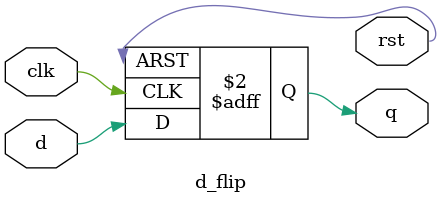
<source format=sv>
`timescale 1ns / 1ps


module d_flip(
    input logic d,
    input logic clk,
    output logic rst,
    output logic q
    );
    
    
    always@(posedge clk , posedge rst) begin
        if (rst)
            q <= 0;
        else
            q <= d;   
    end   
    
endmodule

</source>
